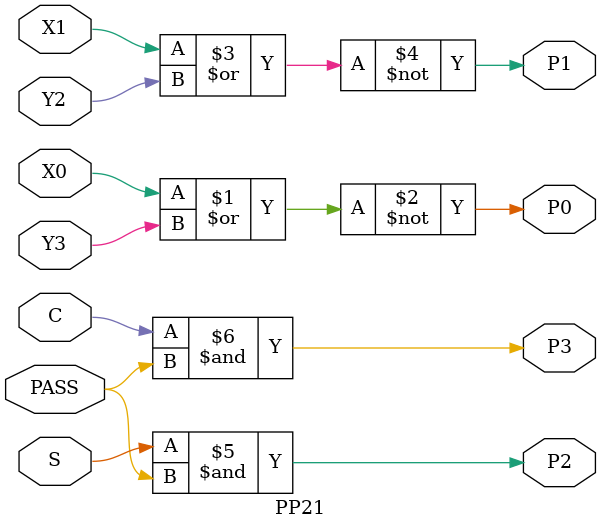
<source format=v>
module PP21(X0, X1, Y2, Y3, S, C, PASS, P0, P1, P2, P3);
input   X0;
input   X1;
input   Y2;
input   Y3;
input   S;
input   C;
input   PASS;
output  P0;
output  P1;
output  P2;
output  P3;
nor g0(P0, X0, Y3);
nor g1(P1, X1, Y2);
and g2(P2, S, PASS);
and g3(P3, C, PASS);
endmodule
</source>
